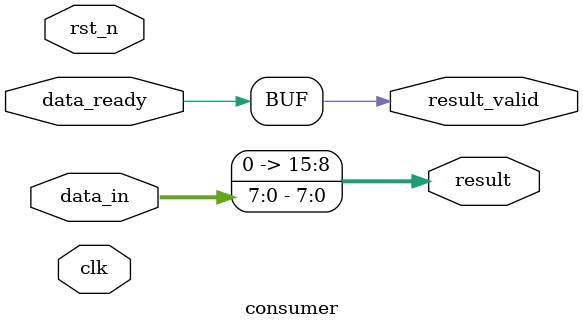
<source format=sv>
module consumer(
    input  logic        clk,
    input  logic        rst_n,
    input  logic [7:0]  data_in,
    input  logic        data_ready,
    output logic [15:0] result,
    output logic        result_valid
);
    assign result = {8'h00, data_in};
    assign result_valid = data_ready;
endmodule

</source>
